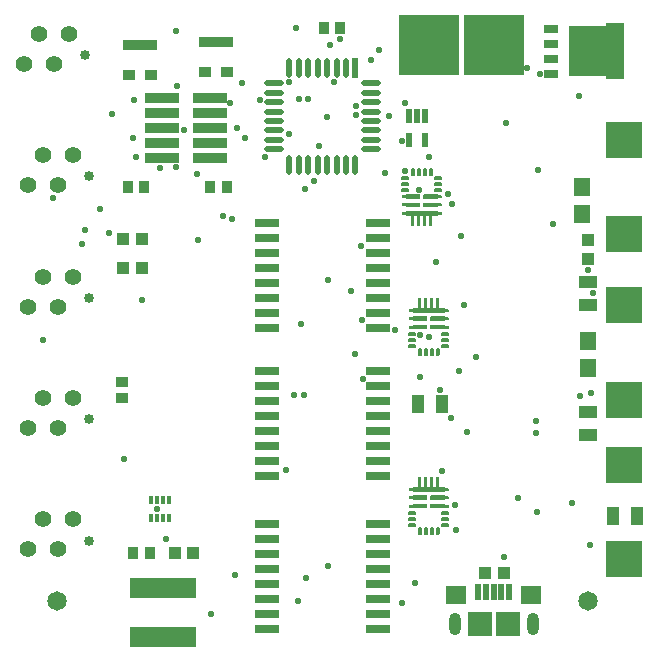
<source format=gbr>
%TF.GenerationSoftware,Altium Limited,Altium Designer,20.2.4 (192)*%
G04 Layer_Color=8388736*
%FSLAX45Y45*%
%MOMM*%
%TF.SameCoordinates,538F140D-ADF5-4649-B7F1-A5983F3DD12E*%
%TF.FilePolarity,Negative*%
%TF.FileFunction,Soldermask,Top*%
%TF.Part,Single*%
G01*
G75*
%TA.AperFunction,SMDPad,CuDef*%
%ADD16R,0.52583X1.65524*%
G04:AMPARAMS|DCode=17|XSize=1.65524mm|YSize=0.52583mm|CornerRadius=0.26292mm|HoleSize=0mm|Usage=FLASHONLY|Rotation=270.000|XOffset=0mm|YOffset=0mm|HoleType=Round|Shape=RoundedRectangle|*
%AMROUNDEDRECTD17*
21,1,1.65524,0.00000,0,0,270.0*
21,1,1.12941,0.52583,0,0,270.0*
1,1,0.52583,0.00000,-0.56470*
1,1,0.52583,0.00000,0.56470*
1,1,0.52583,0.00000,0.56470*
1,1,0.52583,0.00000,-0.56470*
%
%ADD17ROUNDEDRECTD17*%
G04:AMPARAMS|DCode=18|XSize=0.52583mm|YSize=1.65524mm|CornerRadius=0.26292mm|HoleSize=0mm|Usage=FLASHONLY|Rotation=270.000|XOffset=0mm|YOffset=0mm|HoleType=Round|Shape=RoundedRectangle|*
%AMROUNDEDRECTD18*
21,1,0.52583,1.12941,0,0,270.0*
21,1,0.00000,1.65524,0,0,270.0*
1,1,0.52583,-0.56470,0.00000*
1,1,0.52583,-0.56470,0.00000*
1,1,0.52583,0.56470,0.00000*
1,1,0.52583,0.56470,0.00000*
%
%ADD18ROUNDEDRECTD18*%
%ADD51R,1.05000X1.00000*%
%ADD53R,1.09000X0.91000*%
%ADD54R,1.55000X1.05000*%
%ADD55R,0.91000X1.09000*%
%TA.AperFunction,ComponentPad*%
%ADD56C,1.40000*%
%ADD57C,0.85000*%
%ADD58O,1.00000X1.90000*%
%TA.AperFunction,ViaPad*%
%ADD59C,1.65000*%
%ADD60C,0.55000*%
%TA.AperFunction,SMDPad,CuDef*%
%ADD68R,5.70000X1.75000*%
%ADD69R,2.89000X0.84000*%
%ADD70R,0.40000X0.70000*%
%ADD71R,1.00000X1.05000*%
%ADD72R,1.00000X0.95000*%
%ADD73R,1.37000X1.49700*%
%ADD74R,1.05000X1.55000*%
%ADD75R,5.10000X5.10000*%
%ADD76R,3.10000X3.10000*%
%ADD77R,2.08120X0.65880*%
%ADD78R,2.00000X2.00000*%
%TA.AperFunction,ConnectorPad*%
%ADD79R,1.70000X1.50000*%
%ADD80R,0.50000X1.45000*%
%TA.AperFunction,SMDPad,CuDef*%
%ADD81R,0.98900X1.10000*%
%ADD82R,3.20000X4.30000*%
%ADD83R,1.60000X4.80000*%
%ADD84R,1.25000X0.80000*%
%ADD85R,0.50000X1.20000*%
G36*
X3683752Y4155004D02*
Y4105004D01*
X3673752Y4095004D01*
X3658752D01*
X3648752Y4105004D01*
Y4155004D01*
X3658752Y4165004D01*
X3673752D01*
X3683752Y4155004D01*
D02*
G37*
G36*
X3633752D02*
Y4105004D01*
X3623752Y4095004D01*
X3608752D01*
X3598752Y4105004D01*
Y4155004D01*
X3608752Y4165004D01*
X3623752D01*
X3633752Y4155004D01*
D02*
G37*
G36*
X3583752D02*
Y4105004D01*
X3573752Y4095004D01*
X3558752D01*
X3548752Y4105004D01*
Y4155004D01*
X3558752Y4165004D01*
X3573752D01*
X3583752Y4155004D01*
D02*
G37*
G36*
X3533752D02*
Y4105004D01*
X3523752Y4095004D01*
X3508752D01*
X3498752Y4105004D01*
Y4155004D01*
X3508752Y4165004D01*
X3523752D01*
X3533752Y4155004D01*
D02*
G37*
G36*
X3766252Y4085004D02*
Y4070004D01*
X3756252Y4060004D01*
X3706252D01*
X3696252Y4070004D01*
Y4085004D01*
X3706252Y4095004D01*
X3756252D01*
X3766252Y4085004D01*
D02*
G37*
G36*
X3486252D02*
Y4070004D01*
X3476252Y4060004D01*
X3426252D01*
X3416252Y4070004D01*
Y4085004D01*
X3426252Y4095004D01*
X3476252D01*
X3486252Y4085004D01*
D02*
G37*
G36*
X3766252Y4035004D02*
Y4020004D01*
X3756252Y4010004D01*
X3706252D01*
X3696252Y4020004D01*
Y4035004D01*
X3706252Y4045004D01*
X3756252D01*
X3766252Y4035004D01*
D02*
G37*
G36*
X3486252D02*
Y4020004D01*
X3476252Y4010004D01*
X3426252D01*
X3416252Y4020004D01*
Y4035004D01*
X3426252Y4045004D01*
X3476252D01*
X3486252Y4035004D01*
D02*
G37*
G36*
X3766252Y3985004D02*
Y3970004D01*
X3756252Y3960004D01*
X3706252D01*
X3696252Y3970004D01*
Y3985004D01*
X3706252Y3995004D01*
X3756252D01*
X3766252Y3985004D01*
D02*
G37*
G36*
X3486252D02*
Y3970004D01*
X3476252Y3960004D01*
X3426252D01*
X3416252Y3970004D01*
Y3985004D01*
X3426252Y3995004D01*
X3476252D01*
X3486252Y3985004D01*
D02*
G37*
G36*
X3726252Y3932507D02*
X3756252D01*
X3761252Y3927507D01*
Y3912507D01*
X3756252Y3907507D01*
X3726252D01*
Y3900007D01*
X3608752Y3900007D01*
X3603752Y3905007D01*
X3603752Y3935007D01*
X3608752Y3940007D01*
X3726252D01*
Y3932507D01*
D02*
G37*
G36*
X3578752Y3935004D02*
X3578752Y3905004D01*
X3573752Y3900004D01*
X3456252D01*
Y3907504D01*
X3426252Y3907504D01*
X3421252Y3912504D01*
Y3927504D01*
X3426252Y3932504D01*
X3456252Y3932504D01*
Y3940004D01*
X3573752D01*
X3578752Y3935004D01*
D02*
G37*
G36*
X3726252Y3862505D02*
X3756252D01*
X3761252Y3857505D01*
Y3842505D01*
X3756252Y3837506D01*
X3726252Y3837505D01*
Y3830006D01*
X3608752D01*
X3603752Y3835006D01*
X3603752Y3865005D01*
X3608752Y3870005D01*
X3726252D01*
Y3862505D01*
D02*
G37*
G36*
X3578755Y3865002D02*
X3578754Y3835002D01*
X3573755Y3830002D01*
X3456254D01*
Y3837502D01*
X3426255D01*
X3421255Y3842502D01*
Y3857502D01*
X3426255Y3862502D01*
X3456254Y3862502D01*
Y3870002D01*
X3573754D01*
X3578755Y3865002D01*
D02*
G37*
G36*
X3726252Y3792504D02*
X3756252Y3792504D01*
X3761252Y3787504D01*
Y3772504D01*
X3756252Y3767504D01*
X3726252D01*
Y3760004D01*
X3678752D01*
Y3675004D01*
X3673752Y3670004D01*
X3658752D01*
X3653752Y3675004D01*
Y3760004D01*
X3628752D01*
Y3675004D01*
X3623752Y3670004D01*
X3608752D01*
X3603752Y3675004D01*
Y3760004D01*
X3578752D01*
Y3675004D01*
X3573752Y3670004D01*
X3558752D01*
X3553752Y3675004D01*
Y3760004D01*
X3528752D01*
Y3675004D01*
X3523752Y3670004D01*
X3508752D01*
X3503752Y3675004D01*
Y3760004D01*
X3456252D01*
Y3767504D01*
X3426252D01*
X3421252Y3772504D01*
Y3787504D01*
X3426252Y3792504D01*
X3456252D01*
Y3800004D01*
X3726252D01*
Y3792504D01*
D02*
G37*
G36*
X3737498Y3059998D02*
Y2974998D01*
X3784998D01*
Y2967498D01*
X3814998D01*
X3819998Y2962498D01*
Y2947498D01*
X3814998Y2942498D01*
X3784998D01*
Y2934998D01*
X3514998D01*
Y2942498D01*
X3484998Y2942498D01*
X3479998Y2947498D01*
Y2962498D01*
X3484998Y2967498D01*
X3514998D01*
Y2974998D01*
X3562498D01*
Y3059998D01*
X3567498Y3064998D01*
X3582498D01*
X3587498Y3059998D01*
Y2974998D01*
X3612498D01*
Y3059998D01*
X3617498Y3064998D01*
X3632498D01*
X3637498Y3059998D01*
Y2974998D01*
X3662498D01*
Y3059998D01*
X3667498Y3064998D01*
X3682498D01*
X3687498Y3059998D01*
Y2974998D01*
X3712498D01*
Y3059998D01*
X3717498Y3064998D01*
X3732498D01*
X3737498Y3059998D01*
D02*
G37*
G36*
X3784995Y2897500D02*
X3814995D01*
X3819995Y2892500D01*
Y2877500D01*
X3814995Y2872500D01*
X3784995Y2872500D01*
Y2865000D01*
X3667496D01*
X3662495Y2870000D01*
X3662496Y2900000D01*
X3667495Y2905000D01*
X3784995D01*
Y2897500D01*
D02*
G37*
G36*
X3637498Y2899996D02*
X3637498Y2869997D01*
X3632498Y2864997D01*
X3514998D01*
Y2872497D01*
X3484998D01*
X3479998Y2877497D01*
Y2892497D01*
X3484998Y2897496D01*
X3514998Y2897497D01*
Y2904996D01*
X3632498D01*
X3637498Y2899996D01*
D02*
G37*
G36*
X3784998Y2827498D02*
X3814998Y2827498D01*
X3819998Y2822498D01*
Y2807498D01*
X3814998Y2802498D01*
X3784998Y2802498D01*
Y2794998D01*
X3667498D01*
X3662498Y2799998D01*
X3662498Y2829998D01*
X3667498Y2834998D01*
X3784998D01*
Y2827498D01*
D02*
G37*
G36*
X3632498Y2834995D02*
X3637498Y2829995D01*
X3637498Y2799995D01*
X3632498Y2794995D01*
X3514998D01*
Y2802495D01*
X3484998D01*
X3479998Y2807495D01*
Y2822495D01*
X3484998Y2827495D01*
X3514998D01*
Y2834995D01*
X3632498Y2834995D01*
D02*
G37*
G36*
X3824998Y2764998D02*
Y2749998D01*
X3814998Y2739998D01*
X3764998D01*
X3754998Y2749998D01*
Y2764998D01*
X3764998Y2774998D01*
X3814998D01*
X3824998Y2764998D01*
D02*
G37*
G36*
X3544998D02*
Y2749998D01*
X3534998Y2739998D01*
X3484998D01*
X3474998Y2749998D01*
Y2764998D01*
X3484998Y2774998D01*
X3534998D01*
X3544998Y2764998D01*
D02*
G37*
G36*
X3824998Y2714998D02*
Y2699998D01*
X3814998Y2689998D01*
X3764998D01*
X3754998Y2699998D01*
Y2714998D01*
X3764998Y2724998D01*
X3814998D01*
X3824998Y2714998D01*
D02*
G37*
G36*
X3544998D02*
Y2699998D01*
X3534998Y2689998D01*
X3484998D01*
X3474998Y2699998D01*
Y2714998D01*
X3484998Y2724998D01*
X3534998D01*
X3544998Y2714998D01*
D02*
G37*
G36*
X3824998Y2664998D02*
Y2649998D01*
X3814998Y2639998D01*
X3764998D01*
X3754998Y2649998D01*
Y2664998D01*
X3764998Y2674998D01*
X3814998D01*
X3824998Y2664998D01*
D02*
G37*
G36*
X3544998D02*
Y2649998D01*
X3534998Y2639998D01*
X3484998D01*
X3474998Y2649998D01*
Y2664998D01*
X3484998Y2674998D01*
X3534998D01*
X3544998Y2664998D01*
D02*
G37*
G36*
X3742498Y2629998D02*
Y2579998D01*
X3732498Y2569998D01*
X3717498D01*
X3707498Y2579998D01*
Y2629998D01*
X3717498Y2639998D01*
X3732498D01*
X3742498Y2629998D01*
D02*
G37*
G36*
X3692498D02*
Y2579998D01*
X3682498Y2569998D01*
X3667498D01*
X3657498Y2579998D01*
Y2629998D01*
X3667498Y2639998D01*
X3682498D01*
X3692498Y2629998D01*
D02*
G37*
G36*
X3642498D02*
Y2579998D01*
X3632498Y2569998D01*
X3617498D01*
X3607498Y2579998D01*
Y2629998D01*
X3617498Y2639998D01*
X3632498D01*
X3642498Y2629998D01*
D02*
G37*
G36*
X3592498D02*
Y2579998D01*
X3582498Y2569998D01*
X3567498D01*
X3557498Y2579998D01*
Y2629998D01*
X3567498Y2639998D01*
X3582498D01*
X3592498Y2629998D01*
D02*
G37*
G36*
X3737500Y1545000D02*
Y1460000D01*
X3785000D01*
Y1452500D01*
X3814999D01*
X3819999Y1447500D01*
Y1432500D01*
X3814999Y1427500D01*
X3785000D01*
Y1420000D01*
X3515000D01*
Y1427500D01*
X3485000Y1427500D01*
X3480000Y1432500D01*
Y1447500D01*
X3485000Y1452500D01*
X3515000D01*
Y1460000D01*
X3562500D01*
Y1545000D01*
X3567500Y1550000D01*
X3582500D01*
X3587500Y1545000D01*
Y1460000D01*
X3612500D01*
Y1545000D01*
X3617499Y1550000D01*
X3632499D01*
X3637499Y1545000D01*
Y1460000D01*
X3662500D01*
Y1545000D01*
X3667500Y1550000D01*
X3682500D01*
X3687500Y1545000D01*
Y1460000D01*
X3712500D01*
Y1545000D01*
X3717500Y1550000D01*
X3732500D01*
X3737500Y1545000D01*
D02*
G37*
G36*
X3784997Y1382502D02*
X3814997D01*
X3819997Y1377502D01*
Y1362502D01*
X3814997Y1357502D01*
X3784997Y1357502D01*
Y1350002D01*
X3667497D01*
X3662497Y1355002D01*
X3662497Y1385002D01*
X3667497Y1390002D01*
X3784997D01*
Y1382502D01*
D02*
G37*
G36*
X3637500Y1384999D02*
X3637499Y1354999D01*
X3632500Y1349999D01*
X3515000D01*
Y1357499D01*
X3485000D01*
X3480000Y1362499D01*
Y1377499D01*
X3485000Y1382498D01*
X3515000Y1382499D01*
Y1389998D01*
X3632499D01*
X3637500Y1384999D01*
D02*
G37*
G36*
X3785000Y1312500D02*
X3814999Y1312500D01*
X3819999Y1307500D01*
Y1292500D01*
X3814999Y1287500D01*
X3785000Y1287500D01*
Y1280000D01*
X3667500D01*
X3662499Y1285000D01*
X3662500Y1315000D01*
X3667499Y1320000D01*
X3785000D01*
Y1312500D01*
D02*
G37*
G36*
X3632499Y1319997D02*
X3637500Y1314997D01*
X3637499Y1284997D01*
X3632500Y1279997D01*
X3515000D01*
Y1287497D01*
X3485000D01*
X3480000Y1292497D01*
Y1307497D01*
X3485000Y1312497D01*
X3515000D01*
Y1319997D01*
X3632499Y1319997D01*
D02*
G37*
G36*
X3824999Y1250000D02*
Y1235000D01*
X3814999Y1225000D01*
X3765000D01*
X3755000Y1235000D01*
Y1250000D01*
X3765000Y1260000D01*
X3814999D01*
X3824999Y1250000D01*
D02*
G37*
G36*
X3545000D02*
Y1235000D01*
X3535000Y1225000D01*
X3485000D01*
X3475000Y1235000D01*
Y1250000D01*
X3485000Y1260000D01*
X3535000D01*
X3545000Y1250000D01*
D02*
G37*
G36*
X3824999Y1200000D02*
Y1185000D01*
X3814999Y1175000D01*
X3765000D01*
X3755000Y1185000D01*
Y1200000D01*
X3765000Y1210000D01*
X3814999D01*
X3824999Y1200000D01*
D02*
G37*
G36*
X3545000D02*
Y1185000D01*
X3535000Y1175000D01*
X3485000D01*
X3475000Y1185000D01*
Y1200000D01*
X3485000Y1210000D01*
X3535000D01*
X3545000Y1200000D01*
D02*
G37*
G36*
X3824999Y1150000D02*
Y1135000D01*
X3814999Y1125000D01*
X3765000D01*
X3755000Y1135000D01*
Y1150000D01*
X3765000Y1160000D01*
X3814999D01*
X3824999Y1150000D01*
D02*
G37*
G36*
X3545000D02*
Y1135000D01*
X3535000Y1125000D01*
X3485000D01*
X3475000Y1135000D01*
Y1150000D01*
X3485000Y1160000D01*
X3535000D01*
X3545000Y1150000D01*
D02*
G37*
G36*
X3742500Y1115000D02*
Y1065000D01*
X3732500Y1055000D01*
X3717500D01*
X3707500Y1065000D01*
Y1115000D01*
X3717500Y1125000D01*
X3732500D01*
X3742500Y1115000D01*
D02*
G37*
G36*
X3692500D02*
Y1065000D01*
X3682500Y1055000D01*
X3667500D01*
X3657500Y1065000D01*
Y1115000D01*
X3667500Y1125000D01*
X3682500D01*
X3692500Y1115000D01*
D02*
G37*
G36*
X3642499D02*
Y1065000D01*
X3632499Y1055000D01*
X3617499D01*
X3607500Y1065000D01*
Y1115000D01*
X3617499Y1125000D01*
X3632499D01*
X3642499Y1115000D01*
D02*
G37*
G36*
X3592500D02*
Y1065000D01*
X3582500Y1055000D01*
X3567500D01*
X3557500Y1065000D01*
Y1115000D01*
X3567500Y1125000D01*
X3582500D01*
X3592500Y1115000D01*
D02*
G37*
D16*
X3030002Y5012548D02*
D03*
D17*
X2950002D02*
D03*
X2870002D02*
D03*
X2790002D02*
D03*
X2710002D02*
D03*
X2630002D02*
D03*
X2550003D02*
D03*
X2470003D02*
D03*
Y4187449D02*
D03*
X2550003D02*
D03*
X2630002D02*
D03*
X2710002D02*
D03*
X2790002D02*
D03*
X2870002D02*
D03*
X2950002D02*
D03*
X3030002D02*
D03*
D18*
X2337455Y4880000D02*
D03*
Y4800001D02*
D03*
Y4720001D02*
D03*
Y4640001D02*
D03*
Y4560001D02*
D03*
Y4480001D02*
D03*
Y4399996D02*
D03*
Y4319996D02*
D03*
X3162549D02*
D03*
Y4399996D02*
D03*
Y4480001D02*
D03*
Y4560001D02*
D03*
Y4640001D02*
D03*
Y4720001D02*
D03*
Y4800001D02*
D03*
Y4880000D02*
D03*
D51*
X5000000Y3550001D02*
D03*
Y3390001D02*
D03*
D53*
X1050000Y2212000D02*
D03*
Y2349998D02*
D03*
D54*
X5000000Y2999999D02*
D03*
Y3199999D02*
D03*
Y1900001D02*
D03*
Y2100001D02*
D03*
D55*
X1800001Y4000002D02*
D03*
X1938000D02*
D03*
X2761996Y5350002D02*
D03*
X2899999D02*
D03*
X1237996Y4000002D02*
D03*
X1099998D02*
D03*
X1150000Y899998D02*
D03*
X1288004D02*
D03*
D56*
X604002Y5300000D02*
D03*
X477002Y5046000D02*
D03*
X350002Y5300000D02*
D03*
X223002Y5046000D02*
D03*
X256022Y4017604D02*
D03*
X383022Y4271604D02*
D03*
X510022Y4017604D02*
D03*
X637022Y4271604D02*
D03*
X256022Y932404D02*
D03*
X383022Y1186404D02*
D03*
X510022Y932404D02*
D03*
X637022Y1186404D02*
D03*
X256022Y1960799D02*
D03*
X383022Y2214799D02*
D03*
X510022Y1960799D02*
D03*
X637022Y2214799D02*
D03*
Y3243199D02*
D03*
X510022Y2989199D02*
D03*
X383022Y3243199D02*
D03*
X256022Y2989199D02*
D03*
D57*
X744002Y5120000D02*
D03*
X777022Y4091600D02*
D03*
Y1006404D02*
D03*
Y2034799D02*
D03*
Y3063199D02*
D03*
D58*
X4530004Y302499D02*
D03*
X3870005D02*
D03*
D59*
X499999Y499999D02*
D03*
X5000000D02*
D03*
D60*
X3030220Y4688840D02*
D03*
X3446780Y4714240D02*
D03*
X2608580Y690880D02*
D03*
X3535680Y645160D02*
D03*
X1170940Y4251960D02*
D03*
X2789601Y4598081D02*
D03*
X3037840Y4612640D02*
D03*
X3159420Y5072720D02*
D03*
X3228630Y5163368D02*
D03*
X472440Y3906520D02*
D03*
X739389Y3639571D02*
D03*
X1986280Y3733800D02*
D03*
X2844800Y4889500D02*
D03*
X1506220Y4173220D02*
D03*
X2720340Y4348480D02*
D03*
X1152962Y4739640D02*
D03*
X3421380Y4386580D02*
D03*
X1971040Y4714240D02*
D03*
X2506980Y2242820D02*
D03*
X4287622Y866140D02*
D03*
X2899999Y5251455D02*
D03*
X4702155Y3683965D02*
D03*
X4307840Y4538980D02*
D03*
X2222500Y4737100D02*
D03*
X2606360Y3982720D02*
D03*
X2794000Y789940D02*
D03*
X2796540Y3215640D02*
D03*
X3078480Y3497580D02*
D03*
X3279780Y4122420D02*
D03*
X3314700Y4602521D02*
D03*
X386080Y2705100D02*
D03*
X3426460Y477520D02*
D03*
X2090420Y4418752D02*
D03*
X2470003Y4888860D02*
D03*
X1376680Y4165600D02*
D03*
X2630002Y4747260D02*
D03*
X4864100Y1325880D02*
D03*
X4572000Y4145280D02*
D03*
X3027680Y2588260D02*
D03*
X3903980Y2446238D02*
D03*
X1512540Y5325725D02*
D03*
X2529840Y5349011D02*
D03*
X4053840Y2565400D02*
D03*
X4927600Y2230120D02*
D03*
X5045014Y3101340D02*
D03*
X3746500Y2278380D02*
D03*
X4564380Y1252220D02*
D03*
X1805940Y383540D02*
D03*
X2542540Y497840D02*
D03*
X2594800Y2240280D02*
D03*
X2994660Y3121660D02*
D03*
X2567940Y2839720D02*
D03*
X2677160Y4048724D02*
D03*
X3446780Y4135120D02*
D03*
X3977640Y1930400D02*
D03*
X5013960Y972820D02*
D03*
X3761740Y1597660D02*
D03*
X4401820Y1363980D02*
D03*
X3843020Y3858260D02*
D03*
X4924806Y4775200D02*
D03*
X2006600Y716280D02*
D03*
X713450Y3520440D02*
D03*
X2265680Y4251960D02*
D03*
X2463800Y4450080D02*
D03*
X3362960Y2786380D02*
D03*
X3578860Y2745740D02*
D03*
X5024120Y2255520D02*
D03*
X3810000Y3939540D02*
D03*
X1577340Y4480560D02*
D03*
X2065020Y4880000D02*
D03*
X2024380Y4500880D02*
D03*
X2550160Y4747260D02*
D03*
X3926840Y3586480D02*
D03*
X4556760Y2021840D02*
D03*
X1069340Y1696720D02*
D03*
X3093720Y2374900D02*
D03*
X3574999Y2390140D02*
D03*
X3883660Y1097280D02*
D03*
X3840480Y2043877D02*
D03*
X4556760Y1920240D02*
D03*
X3650000Y4251960D02*
D03*
X3710940Y3362960D02*
D03*
X3947419Y2999999D02*
D03*
X4480560Y5008880D02*
D03*
X1348740Y1277620D02*
D03*
X1222380Y3042920D02*
D03*
X1149726Y4411995D02*
D03*
X3649980Y2730500D02*
D03*
X3876040Y1308100D02*
D03*
X3568700Y3977640D02*
D03*
X4593742Y4959502D02*
D03*
X1424940Y1023620D02*
D03*
X863874Y3812540D02*
D03*
X939800Y3614420D02*
D03*
X965200Y4617720D02*
D03*
X1516380Y4858106D02*
D03*
X3086100Y2875280D02*
D03*
X1696720Y3548380D02*
D03*
X1905000Y3756660D02*
D03*
X1684020Y4112260D02*
D03*
X2438400Y1608582D02*
D03*
X2811780Y5199380D02*
D03*
X5000000Y3296920D02*
D03*
D68*
X1400002Y607502D02*
D03*
Y192502D02*
D03*
D69*
X1800001Y4246006D02*
D03*
X1393002D02*
D03*
X1800001Y4373006D02*
D03*
X1393002D02*
D03*
X1800001Y4500006D02*
D03*
X1393002D02*
D03*
X1800001Y4627006D02*
D03*
X1393002D02*
D03*
X1800001Y4754006D02*
D03*
X1393002D02*
D03*
D70*
X1300002Y1200003D02*
D03*
X1350000D02*
D03*
X1400002D02*
D03*
X1450000D02*
D03*
X1300002Y1350000D02*
D03*
X1350000D02*
D03*
X1400002D02*
D03*
X1450000D02*
D03*
D71*
X1062380Y3314441D02*
D03*
X1222380D02*
D03*
X4127617Y735559D02*
D03*
X4287622D02*
D03*
X1062380Y3564443D02*
D03*
X1222380D02*
D03*
D72*
X1205001Y5204998D02*
D03*
X1110005D02*
D03*
X1300002Y4949998D02*
D03*
X1110005D02*
D03*
X1300002Y5204998D02*
D03*
X1944995Y5227503D02*
D03*
X1754998Y4972502D02*
D03*
X1944995D02*
D03*
X1754998Y5227503D02*
D03*
X1849999D02*
D03*
D73*
X4949998Y3771402D02*
D03*
Y4000002D02*
D03*
X5000000Y2471400D02*
D03*
Y2700000D02*
D03*
D74*
X3762700Y2162698D02*
D03*
X3562701D02*
D03*
X5212700Y1212708D02*
D03*
X5412699D02*
D03*
D75*
X3650000Y5200000D02*
D03*
X4200002Y5199995D02*
D03*
D76*
X5300000Y2200001D02*
D03*
Y850001D02*
D03*
X5300005Y4400001D02*
D03*
Y2999999D02*
D03*
X5300000Y1650004D02*
D03*
X5300005Y3600003D02*
D03*
D77*
X3219902Y2444501D02*
D03*
Y2317501D02*
D03*
Y2190501D02*
D03*
Y2063501D02*
D03*
Y1936501D02*
D03*
Y1809501D02*
D03*
Y1682501D02*
D03*
Y1555501D02*
D03*
X2280102D02*
D03*
Y1682501D02*
D03*
Y1809501D02*
D03*
Y1936501D02*
D03*
Y2063501D02*
D03*
Y2190501D02*
D03*
Y2317501D02*
D03*
Y2444501D02*
D03*
X3219902Y3694501D02*
D03*
Y3567501D02*
D03*
Y3440501D02*
D03*
Y3313501D02*
D03*
Y3186501D02*
D03*
Y3059501D02*
D03*
Y2932501D02*
D03*
Y2805501D02*
D03*
X2280102D02*
D03*
Y2932501D02*
D03*
Y3059501D02*
D03*
Y3186501D02*
D03*
Y3313501D02*
D03*
Y3440501D02*
D03*
Y3567501D02*
D03*
Y3694501D02*
D03*
X3219902Y1144499D02*
D03*
Y1017499D02*
D03*
Y890499D02*
D03*
Y763499D02*
D03*
Y636499D02*
D03*
Y509499D02*
D03*
Y382499D02*
D03*
Y255499D02*
D03*
X2280102D02*
D03*
Y382499D02*
D03*
Y509499D02*
D03*
Y636499D02*
D03*
Y763499D02*
D03*
Y890499D02*
D03*
Y1017499D02*
D03*
Y1144499D02*
D03*
D78*
X4320007Y302499D02*
D03*
X4080002D02*
D03*
D79*
X4520006Y547502D02*
D03*
X3880002D02*
D03*
D80*
X4330004Y570001D02*
D03*
X4265005D02*
D03*
X4200007D02*
D03*
X4135003D02*
D03*
X4070005D02*
D03*
D81*
X1500002Y899998D02*
D03*
X1654942D02*
D03*
D82*
X5000000Y5150002D02*
D03*
D83*
X5229997D02*
D03*
D84*
X4682500Y4959502D02*
D03*
Y5086502D02*
D03*
Y5213502D02*
D03*
Y5340502D02*
D03*
D85*
X3615004Y4599996D02*
D03*
X3550001D02*
D03*
X3485002D02*
D03*
Y4399996D02*
D03*
X3615004D02*
D03*
%TF.MD5,4573f660319a7626c534f78bc8a960fb*%
M02*

</source>
